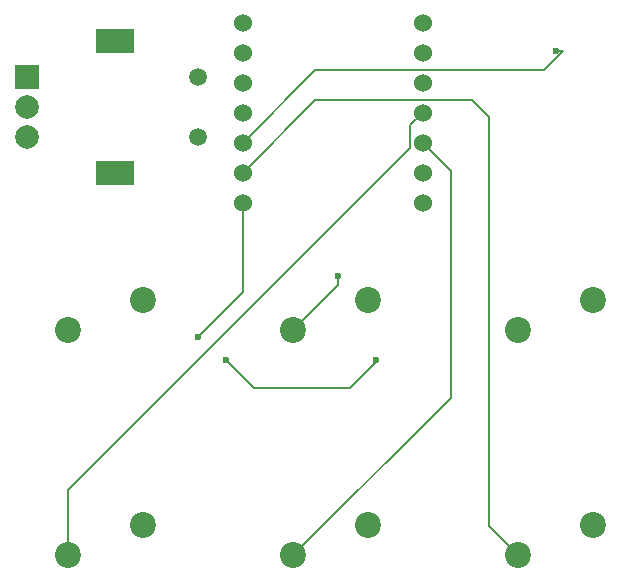
<source format=gbr>
%TF.GenerationSoftware,KiCad,Pcbnew,9.0.2*%
%TF.CreationDate,2025-06-23T11:31:14-05:00*%
%TF.ProjectId,e'sPad,65277350-6164-42e6-9b69-6361645f7063,rev?*%
%TF.SameCoordinates,Original*%
%TF.FileFunction,Copper,L2,Bot*%
%TF.FilePolarity,Positive*%
%FSLAX46Y46*%
G04 Gerber Fmt 4.6, Leading zero omitted, Abs format (unit mm)*
G04 Created by KiCad (PCBNEW 9.0.2) date 2025-06-23 11:31:14*
%MOMM*%
%LPD*%
G01*
G04 APERTURE LIST*
%TA.AperFunction,ComponentPad*%
%ADD10C,2.200000*%
%TD*%
%TA.AperFunction,ComponentPad*%
%ADD11C,1.500000*%
%TD*%
%TA.AperFunction,ComponentPad*%
%ADD12R,2.000000X2.000000*%
%TD*%
%TA.AperFunction,ComponentPad*%
%ADD13C,2.000000*%
%TD*%
%TA.AperFunction,ComponentPad*%
%ADD14R,3.200000X2.000000*%
%TD*%
%TA.AperFunction,ComponentPad*%
%ADD15C,1.524000*%
%TD*%
%TA.AperFunction,ViaPad*%
%ADD16C,0.600000*%
%TD*%
%TA.AperFunction,Conductor*%
%ADD17C,0.200000*%
%TD*%
G04 APERTURE END LIST*
D10*
%TO.P,SW4,1,1*%
%TO.N,GND*%
X140652500Y-75882500D03*
%TO.P,SW4,2,2*%
%TO.N,Net-(U1-GPIO4{slash}MISO)*%
X134302500Y-78422500D03*
%TD*%
%TO.P,SW3,1,1*%
%TO.N,GND*%
X140652500Y-56832500D03*
%TO.P,SW3,2,2*%
%TO.N,Net-(U1-GPIO2{slash}SCK)*%
X134302500Y-59372500D03*
%TD*%
D11*
%TO.P,SW7,*%
%TO.N,*%
X126206250Y-37981250D03*
X126206250Y-42981250D03*
D12*
%TO.P,SW7,A,A*%
%TO.N,Net-(U1-GPIO28{slash}ADC2{slash}A2)*%
X111706250Y-37981250D03*
D13*
%TO.P,SW7,B,B*%
%TO.N,Net-(U1-GPIO27{slash}ADC1{slash}A1)*%
X111706250Y-42981250D03*
%TO.P,SW7,C,C*%
%TO.N,GND*%
X111706250Y-40481250D03*
D14*
%TO.P,SW7,MP*%
%TO.N,N/C*%
X119206250Y-34881250D03*
X119206250Y-46081250D03*
%TD*%
D10*
%TO.P,SW5,1,1*%
%TO.N,GND*%
X159702500Y-56832500D03*
%TO.P,SW5,2,2*%
%TO.N,Net-(U1-GPIO0{slash}TX)*%
X153352500Y-59372500D03*
%TD*%
%TO.P,SW6,1,1*%
%TO.N,GND*%
X159702500Y-75882500D03*
%TO.P,SW6,2,2*%
%TO.N,Net-(U1-GPIO7{slash}SCL)*%
X153352500Y-78422500D03*
%TD*%
D15*
%TO.P,U1,1,GPIO26/ADC0/A0*%
%TO.N,unconnected-(U1-GPIO26{slash}ADC0{slash}A0-Pad1)*%
X130016250Y-33337500D03*
%TO.P,U1,2,GPIO27/ADC1/A1*%
%TO.N,Net-(U1-GPIO27{slash}ADC1{slash}A1)*%
X130016250Y-35877500D03*
%TO.P,U1,3,GPIO28/ADC2/A2*%
%TO.N,Net-(U1-GPIO28{slash}ADC2{slash}A2)*%
X130016250Y-38417500D03*
%TO.P,U1,4,GPIO29/ADC3/A3*%
%TO.N,unconnected-(U1-GPIO29{slash}ADC3{slash}A3-Pad4)*%
X130016250Y-40957500D03*
%TO.P,U1,5,GPIO6/SDA*%
%TO.N,Net-(D1-DIN)*%
X130016250Y-43497500D03*
%TO.P,U1,6,GPIO7/SCL*%
%TO.N,Net-(U1-GPIO7{slash}SCL)*%
X130016250Y-46037500D03*
%TO.P,U1,7,GPIO0/TX*%
%TO.N,Net-(U1-GPIO0{slash}TX)*%
X130016250Y-48577500D03*
%TO.P,U1,8,GPIO1/RX*%
%TO.N,Net-(U1-GPIO1{slash}RX)*%
X145256250Y-48577500D03*
%TO.P,U1,9,GPIO2/SCK*%
%TO.N,Net-(U1-GPIO2{slash}SCK)*%
X145256250Y-46037500D03*
%TO.P,U1,10,GPIO4/MISO*%
%TO.N,Net-(U1-GPIO4{slash}MISO)*%
X145256250Y-43497500D03*
%TO.P,U1,11,GPIO3/MOSI*%
%TO.N,Net-(U1-GPIO3{slash}MOSI)*%
X145256250Y-40957500D03*
%TO.P,U1,12,3V3*%
%TO.N,unconnected-(U1-3V3-Pad12)*%
X145256250Y-38417500D03*
%TO.P,U1,13,GND*%
%TO.N,GND*%
X145256250Y-35877500D03*
%TO.P,U1,14,VBUS*%
%TO.N,+5V*%
X145256250Y-33337500D03*
%TD*%
D10*
%TO.P,SW1,1,1*%
%TO.N,GND*%
X121602500Y-56832500D03*
%TO.P,SW1,2,2*%
%TO.N,Net-(U1-GPIO1{slash}RX)*%
X115252500Y-59372500D03*
%TD*%
%TO.P,SW2,1,1*%
%TO.N,GND*%
X121602500Y-75882500D03*
%TO.P,SW2,2,2*%
%TO.N,Net-(U1-GPIO3{slash}MOSI)*%
X115252500Y-78422500D03*
%TD*%
D16*
%TO.N,Net-(D1-DIN)*%
X156531250Y-35718750D03*
%TO.N,Net-(U1-GPIO2{slash}SCK)*%
X138112500Y-54768750D03*
%TO.N,Net-(U1-GPIO0{slash}TX)*%
X126206250Y-59972500D03*
X128587500Y-61912500D03*
X141252500Y-61912500D03*
%TD*%
D17*
%TO.N,Net-(D1-DIN)*%
X155526750Y-37354500D02*
X157162500Y-35718750D01*
X157162500Y-35718750D02*
X156531250Y-35718750D01*
X130016250Y-43497500D02*
X136159250Y-37354500D01*
X136159250Y-37354500D02*
X155526750Y-37354500D01*
%TO.N,Net-(U1-GPIO3{slash}MOSI)*%
X144193250Y-42020500D02*
X145256250Y-40957500D01*
X144193250Y-43925500D02*
X144193250Y-42020500D01*
X115252500Y-78422500D02*
X115252500Y-72866250D01*
X115252500Y-72866250D02*
X144193250Y-43925500D01*
%TO.N,Net-(U1-GPIO2{slash}SCK)*%
X134302500Y-59372500D02*
X138112500Y-55562500D01*
X138112500Y-55562500D02*
X138112500Y-54768750D01*
%TO.N,Net-(U1-GPIO4{slash}MISO)*%
X147637500Y-65087500D02*
X147637500Y-45878750D01*
X147637500Y-45878750D02*
X145256250Y-43497500D01*
X134302500Y-78422500D02*
X147637500Y-65087500D01*
%TO.N,Net-(U1-GPIO0{slash}TX)*%
X141252500Y-61912500D02*
X141252500Y-62097316D01*
X130938500Y-64263500D02*
X128587500Y-61912500D01*
X141252500Y-62097316D02*
X139086316Y-64263500D01*
X139086316Y-64263500D02*
X130938500Y-64263500D01*
X126206250Y-59972500D02*
X130016250Y-56162500D01*
X130016250Y-56162500D02*
X130016250Y-48577500D01*
%TO.N,Net-(U1-GPIO7{slash}SCL)*%
X150881500Y-41344000D02*
X150881500Y-75951500D01*
X136159250Y-39894500D02*
X149432000Y-39894500D01*
X149432000Y-39894500D02*
X150881500Y-41344000D01*
X130016250Y-46037500D02*
X136159250Y-39894500D01*
X150881500Y-75951500D02*
X153352500Y-78422500D01*
%TD*%
M02*

</source>
